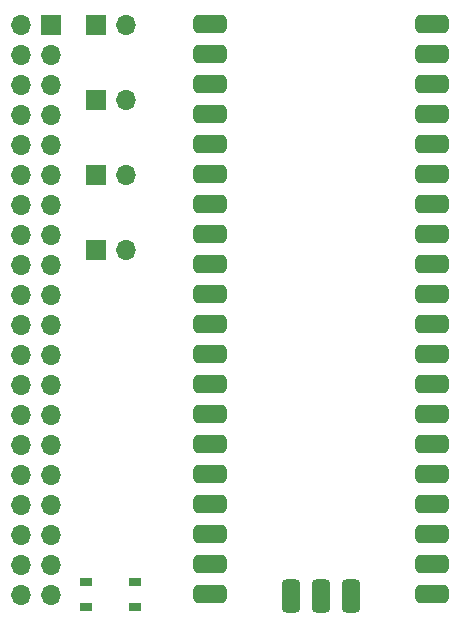
<source format=gbr>
%TF.GenerationSoftware,KiCad,Pcbnew,5.99.0-unknown-881cb3182b~117~ubuntu20.04.1*%
%TF.CreationDate,2021-02-24T10:03:54+00:00*%
%TF.ProjectId,pi400-pico-plate,70693430-302d-4706-9963-6f2d706c6174,rev?*%
%TF.SameCoordinates,Original*%
%TF.FileFunction,Soldermask,Top*%
%TF.FilePolarity,Negative*%
%FSLAX46Y46*%
G04 Gerber Fmt 4.6, Leading zero omitted, Abs format (unit mm)*
G04 Created by KiCad (PCBNEW 5.99.0-unknown-881cb3182b~117~ubuntu20.04.1) date 2021-02-24 10:03:54*
%MOMM*%
%LPD*%
G01*
G04 APERTURE LIST*
G04 Aperture macros list*
%AMRoundRect*
0 Rectangle with rounded corners*
0 $1 Rounding radius*
0 $2 $3 $4 $5 $6 $7 $8 $9 X,Y pos of 4 corners*
0 Add a 4 corners polygon primitive as box body*
4,1,4,$2,$3,$4,$5,$6,$7,$8,$9,$2,$3,0*
0 Add four circle primitives for the rounded corners*
1,1,$1+$1,$2,$3*
1,1,$1+$1,$4,$5*
1,1,$1+$1,$6,$7*
1,1,$1+$1,$8,$9*
0 Add four rect primitives between the rounded corners*
20,1,$1+$1,$2,$3,$4,$5,0*
20,1,$1+$1,$4,$5,$6,$7,0*
20,1,$1+$1,$6,$7,$8,$9,0*
20,1,$1+$1,$8,$9,$2,$3,0*%
G04 Aperture macros list end*
%ADD10R,1.050000X0.650000*%
%ADD11R,1.700000X1.700000*%
%ADD12O,1.700000X1.700000*%
%ADD13C,0.600000*%
%ADD14RoundRect,0.400000X-1.000000X-0.400000X1.000000X-0.400000X1.000000X0.400000X-1.000000X0.400000X0*%
%ADD15RoundRect,0.400000X-0.400000X1.000000X-0.400000X-1.000000X0.400000X-1.000000X0.400000X1.000000X0*%
G04 APERTURE END LIST*
D10*
%TO.C,SW1*%
X136990000Y-108145000D03*
X141140000Y-108145000D03*
X141140000Y-110295000D03*
X136990000Y-110295000D03*
%TD*%
D11*
%TO.C,J1*%
X133985000Y-60960000D03*
D12*
X131445000Y-60960000D03*
X133985000Y-63500000D03*
X131445000Y-63500000D03*
X133985000Y-66040000D03*
X131445000Y-66040000D03*
X133985000Y-68580000D03*
X131445000Y-68580000D03*
X133985000Y-71120000D03*
X131445000Y-71120000D03*
X133985000Y-73660000D03*
X131445000Y-73660000D03*
X133985000Y-76200000D03*
X131445000Y-76200000D03*
X133985000Y-78740000D03*
X131445000Y-78740000D03*
X133985000Y-81280000D03*
X131445000Y-81280000D03*
X133985000Y-83820000D03*
X131445000Y-83820000D03*
X133985000Y-86360000D03*
X131445000Y-86360000D03*
X133985000Y-88900000D03*
X131445000Y-88900000D03*
X133985000Y-91440000D03*
X131445000Y-91440000D03*
X133985000Y-93980000D03*
X131445000Y-93980000D03*
X133985000Y-96520000D03*
X131445000Y-96520000D03*
X133985000Y-99060000D03*
X131445000Y-99060000D03*
X133985000Y-101600000D03*
X131445000Y-101600000D03*
X133985000Y-104140000D03*
X131445000Y-104140000D03*
X133985000Y-106680000D03*
X131445000Y-106680000D03*
X133985000Y-109220000D03*
X131445000Y-109220000D03*
%TD*%
D13*
%TO.C,U1*%
X146345000Y-60940000D03*
D14*
X147445000Y-60940000D03*
D13*
X146345000Y-63480000D03*
D14*
X147445000Y-63480000D03*
D13*
X146345000Y-66020000D03*
D14*
X147445000Y-66020000D03*
D13*
X146345000Y-68560000D03*
D14*
X147445000Y-68560000D03*
D13*
X146345000Y-71100000D03*
D14*
X147445000Y-71100000D03*
X147445000Y-73640000D03*
D13*
X146345000Y-73640000D03*
X146345000Y-76180000D03*
D14*
X147445000Y-76180000D03*
D13*
X146345000Y-78720000D03*
D14*
X147445000Y-78720000D03*
X147445000Y-81260000D03*
D13*
X146345000Y-81260000D03*
D14*
X147445000Y-83800000D03*
D13*
X146345000Y-83800000D03*
X146345000Y-86340000D03*
D14*
X147445000Y-86340000D03*
D13*
X146345000Y-88880000D03*
D14*
X147445000Y-88880000D03*
X147445000Y-91420000D03*
D13*
X146345000Y-91420000D03*
D14*
X147445000Y-93960000D03*
D13*
X146345000Y-93960000D03*
D14*
X147445000Y-96500000D03*
D13*
X146345000Y-96500000D03*
D14*
X147445000Y-99040000D03*
D13*
X146345000Y-99040000D03*
X146345000Y-101580000D03*
D14*
X147445000Y-101580000D03*
X147445000Y-104120000D03*
D13*
X146345000Y-104120000D03*
X146345000Y-106660000D03*
D14*
X147445000Y-106660000D03*
D13*
X146345000Y-109200000D03*
D14*
X147445000Y-109200000D03*
D13*
X167345000Y-109200000D03*
D14*
X166245000Y-109200000D03*
D13*
X167345000Y-106660000D03*
D14*
X166245000Y-106660000D03*
D13*
X167345000Y-104120000D03*
D14*
X166245000Y-104120000D03*
D13*
X167345000Y-101580000D03*
D14*
X166245000Y-101580000D03*
X166245000Y-99040000D03*
D13*
X167345000Y-99040000D03*
D14*
X166245000Y-96500000D03*
D13*
X167345000Y-96500000D03*
X167345000Y-93960000D03*
D14*
X166245000Y-93960000D03*
D13*
X167345000Y-91420000D03*
D14*
X166245000Y-91420000D03*
X166245000Y-88880000D03*
D13*
X167345000Y-88880000D03*
X167345000Y-86340000D03*
D14*
X166245000Y-86340000D03*
X166245000Y-83800000D03*
D13*
X167345000Y-83800000D03*
D14*
X166245000Y-81260000D03*
D13*
X167345000Y-81260000D03*
D14*
X166245000Y-78720000D03*
D13*
X167345000Y-78720000D03*
D14*
X166245000Y-76180000D03*
D13*
X167345000Y-76180000D03*
D14*
X166245000Y-73640000D03*
D13*
X167345000Y-73640000D03*
D14*
X166245000Y-71100000D03*
D13*
X167345000Y-71100000D03*
D14*
X166245000Y-68560000D03*
D13*
X167345000Y-68560000D03*
D14*
X166245000Y-66020000D03*
D13*
X167345000Y-66020000D03*
X167345000Y-63480000D03*
D14*
X166245000Y-63480000D03*
D13*
X167345000Y-60940000D03*
D14*
X166245000Y-60940000D03*
D15*
X154305000Y-109370000D03*
D13*
X154305000Y-110470000D03*
D15*
X156845000Y-109370000D03*
D13*
X156845000Y-110470000D03*
X159385000Y-110470000D03*
D15*
X159385000Y-109370000D03*
%TD*%
D11*
%TO.C,J4*%
X137790000Y-73660000D03*
D12*
X140330000Y-73660000D03*
%TD*%
D11*
%TO.C,J2*%
X137790000Y-67310000D03*
D12*
X140330000Y-67310000D03*
%TD*%
D11*
%TO.C,J5*%
X137790000Y-80010000D03*
D12*
X140330000Y-80010000D03*
%TD*%
D11*
%TO.C,J3*%
X137790000Y-60960000D03*
D12*
X140330000Y-60960000D03*
%TD*%
M02*

</source>
